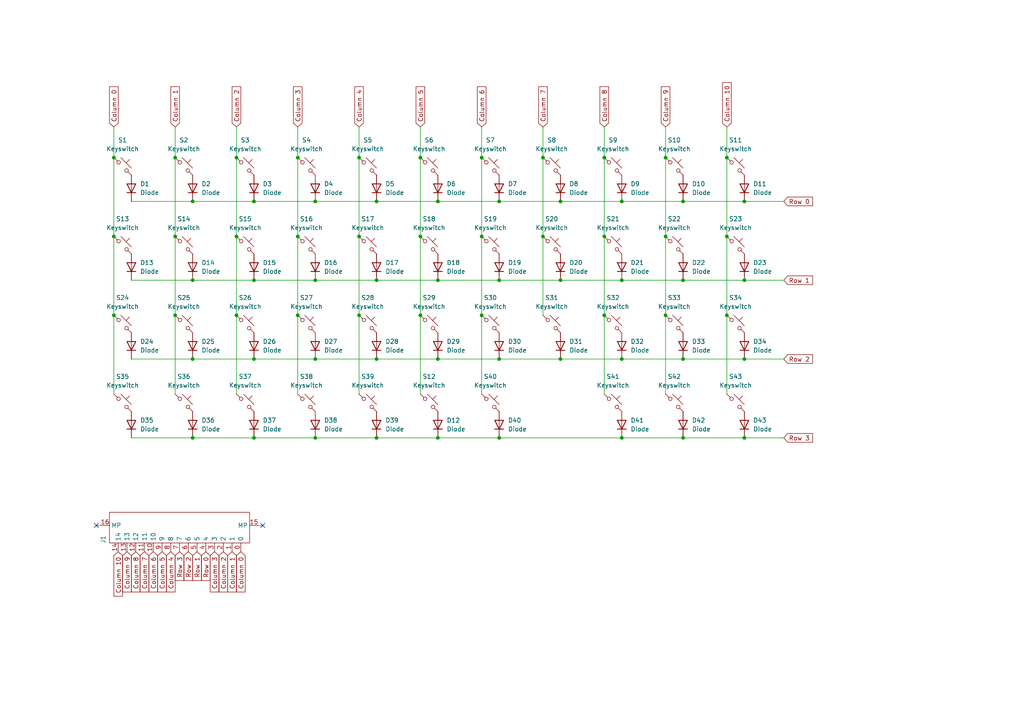
<source format=kicad_sch>
(kicad_sch (version 20250114) (generator "eeschema") (generator_version "9.0")
  (paper "A4")
  (lib_symbols
    (symbol "Custom:FPC-1.0FX-15PWCR-H20"
      (property "Reference" "J" (at 7.874 -2.54 0))
      (symbol "FPC-1.0FX-15PWCR-H20_0_1"
        (rectangle (start 0 40.64) (end 8.89 0))
      )
      (symbol "FPC-1.0FX-15PWCR-H20_1_1"
        (pin power_in line (at 3.81 43.18 270) (length 2.54) (name "MP") (number "15"))
        (pin power_in line (at 3.81 -2.54 90) (length 2.54) (name "MP") (number "16"))
        (pin bidirectional line (at 11.43 38.1 180) (length 2.54) (name "0") (number "0"))
        (pin bidirectional line (at 11.43 35.56 180) (length 2.54) (name "1") (number "1"))
        (pin bidirectional line (at 11.43 33.02 180) (length 2.54) (name "2") (number "2"))
        (pin bidirectional line (at 11.43 30.48 180) (length 2.54) (name "3") (number "3"))
        (pin bidirectional line (at 11.43 27.94 180) (length 2.54) (name "4") (number "4"))
        (pin bidirectional line (at 11.43 25.4 180) (length 2.54) (name "5") (number "5"))
        (pin bidirectional line (at 11.43 22.86 180) (length 2.54) (name "6") (number "6"))
        (pin bidirectional line (at 11.43 20.32 180) (length 2.54) (name "7") (number "7"))
        (pin bidirectional line (at 11.43 17.78 180) (length 2.54) (name "8") (number "8"))
        (pin bidirectional line (at 11.43 15.24 180) (length 2.54) (name "9") (number "9"))
        (pin bidirectional line (at 11.43 12.7 180) (length 2.54) (name "10") (number "10"))
        (pin bidirectional line (at 11.43 10.16 180) (length 2.54) (name "11") (number "11"))
        (pin bidirectional line (at 11.43 7.62 180) (length 2.54) (name "12") (number "12"))
        (pin bidirectional line (at 11.43 5.08 180) (length 2.54) (name "13") (number "13"))
        (pin bidirectional line (at 11.43 2.54 180) (length 2.54) (name "14") (number "14"))
      )
    )
    (symbol "ScottoKeebs:Placeholder_Diode" (pin_numbers (hide yes)) (pin_names (hide yes))
      (property "Reference" "D" (at 0 2.54 0))
      (property "Value" "Diode" (at 0 -2.54 0))
      (symbol "Placeholder_Diode_0_1"
        (polyline (pts (xy -1.27 1.27) (xy -1.27 -1.27)) (stroke (width 0.254)))
        (polyline (pts (xy 1.27 1.27) (xy 1.27 -1.27) (xy -1.27 0) (xy 1.27 1.27)) (stroke (width 0.254)))
        (polyline (pts (xy 1.27 0) (xy -1.27 0)))
      )
      (symbol "Placeholder_Diode_1_1"
        (pin passive line (at -3.81 0 0) (length 2.54) (name "K") (number "1"))
        (pin passive line (at 3.81 0 180) (length 2.54) (name "A") (number "2"))
      )
    )
    (symbol "ScottoKeebs:Placeholder_Keyswitch" (pin_numbers (hide yes)) (pin_names (offset 1.016) (hide yes))
      (property "Reference" "S" (at 3.048 1.016 0))
      (property "Value" "Keyswitch" (at 0 -3.81 0))
      (symbol "Placeholder_Keyswitch_0_1"
        (polyline (pts (xy -2.54 2.54) (xy -1.524 1.524) (xy -1.524 1.524)))
        (circle (center -1.1684 1.1684) (radius 0.508))
        (polyline (pts (xy -0.508 2.54) (xy 2.54 -0.508)))
        (polyline (pts (xy 1.016 1.016) (xy 2.032 2.032)))
        (circle (center 1.143 -1.1938) (radius 0.508))
        (polyline (pts (xy 1.524 -1.524) (xy 2.54 -2.54) (xy 2.54 -2.54) (xy 2.54 -2.54)))
        (pin passive line (at -2.54 2.54 0) (length 0) (name "1") (number "1"))
        (pin passive line (at 2.54 -2.54 180) (length 0) (name "2") (number "2"))
      )
    )
  )
  (junction (at 175.26 45.72))
  (junction (at 73.66 58.42))
  (junction (at 86.36 68.58))
  (junction (at 121.92 45.72))
  (junction (at 68.58 91.44))
  (junction (at 50.8 45.72))
  (junction (at 109.22 104.14))
  (junction (at 180.34 58.42))
  (junction (at 121.92 68.58))
  (junction (at 33.02 68.58))
  (junction (at 109.22 81.28))
  (junction (at 104.14 45.72))
  (junction (at 157.48 68.58))
  (junction (at 180.34 127))
  (junction (at 144.78 104.14))
  (junction (at 91.44 58.42))
  (junction (at 162.56 104.14))
  (junction (at 68.58 45.72))
  (junction (at 210.82 91.44))
  (junction (at 193.04 45.72))
  (junction (at 139.7 68.58))
  (junction (at 86.36 91.44))
  (junction (at 193.04 91.44))
  (junction (at 91.44 104.14))
  (junction (at 73.66 104.14))
  (junction (at 109.22 127))
  (junction (at 139.7 91.44))
  (junction (at 162.56 58.42))
  (junction (at 175.26 91.44))
  (junction (at 104.14 68.58))
  (junction (at 215.9 81.28))
  (junction (at 50.8 91.44))
  (junction (at 157.48 45.72))
  (junction (at 198.12 58.42))
  (junction (at 73.66 127))
  (junction (at 144.78 81.28))
  (junction (at 121.92 91.44))
  (junction (at 127 81.28))
  (junction (at 73.66 81.28))
  (junction (at 55.88 127))
  (junction (at 215.9 104.14))
  (junction (at 86.36 45.72))
  (junction (at 144.78 127))
  (junction (at 68.58 68.58))
  (junction (at 210.82 68.58))
  (junction (at 215.9 127))
  (junction (at 33.02 91.44))
  (junction (at 180.34 81.28))
  (junction (at 91.44 81.28))
  (junction (at 50.8 68.58))
  (junction (at 104.14 91.44))
  (junction (at 55.88 81.28))
  (junction (at 127 127))
  (junction (at 127 104.14))
  (junction (at 127 58.42))
  (junction (at 91.44 127))
  (junction (at 198.12 104.14))
  (junction (at 109.22 58.42))
  (junction (at 180.34 104.14))
  (junction (at 144.78 58.42))
  (junction (at 193.04 68.58))
  (junction (at 33.02 45.72))
  (junction (at 198.12 81.28))
  (junction (at 139.7 45.72))
  (junction (at 210.82 45.72))
  (junction (at 162.56 81.28))
  (junction (at 175.26 68.58))
  (junction (at 55.88 104.14))
  (junction (at 55.88 58.42))
  (junction (at 198.12 127))
  (junction (at 215.9 58.42))
  (no_connect (at 76.2 152.4))
  (no_connect (at 27.94 152.4))
  (wire (pts (xy 162.56 104.14) (xy 180.34 104.14)))
  (wire (pts (xy 198.12 127) (xy 215.9 127)))
  (wire (pts (xy 68.58 91.44) (xy 68.58 114.3)))
  (wire (pts (xy 73.66 104.14) (xy 91.44 104.14)))
  (wire (pts (xy 193.04 68.58) (xy 193.04 91.44)))
  (wire (pts (xy 109.22 127) (xy 127 127)))
  (wire (pts (xy 227.33 81.28) (xy 215.9 81.28)))
  (wire (pts (xy 33.02 91.44) (xy 33.02 114.3)))
  (wire (pts (xy 139.7 91.44) (xy 139.7 114.3)))
  (wire (pts (xy 127 58.42) (xy 144.78 58.42)))
  (wire (pts (xy 104.14 68.58) (xy 104.14 91.44)))
  (wire (pts (xy 38.1 127) (xy 55.88 127)))
  (wire (pts (xy 127 127) (xy 144.78 127)))
  (wire (pts (xy 104.14 36.83) (xy 104.14 45.72)))
  (wire (pts (xy 50.8 36.83) (xy 50.8 45.72)))
  (wire (pts (xy 215.9 58.42) (xy 227.33 58.42)))
  (wire (pts (xy 198.12 104.14) (xy 215.9 104.14)))
  (wire (pts (xy 86.36 91.44) (xy 86.36 114.3)))
  (wire (pts (xy 121.92 91.44) (xy 121.92 114.3)))
  (wire (pts (xy 91.44 104.14) (xy 109.22 104.14)))
  (wire (pts (xy 91.44 127) (xy 109.22 127)))
  (wire (pts (xy 91.44 58.42) (xy 109.22 58.42)))
  (wire (pts (xy 144.78 81.28) (xy 162.56 81.28)))
  (wire (pts (xy 193.04 91.44) (xy 193.04 114.3)))
  (wire (pts (xy 227.33 104.14) (xy 215.9 104.14)))
  (wire (pts (xy 193.04 45.72) (xy 193.04 68.58)))
  (wire (pts (xy 180.34 127) (xy 198.12 127)))
  (wire (pts (xy 73.66 58.42) (xy 91.44 58.42)))
  (wire (pts (xy 157.48 68.58) (xy 157.48 91.44)))
  (wire (pts (xy 50.8 91.44) (xy 50.8 114.3)))
  (wire (pts (xy 180.34 58.42) (xy 198.12 58.42)))
  (wire (pts (xy 33.02 36.83) (xy 33.02 45.72)))
  (wire (pts (xy 210.82 36.83) (xy 210.82 45.72)))
  (wire (pts (xy 162.56 81.28) (xy 180.34 81.28)))
  (wire (pts (xy 144.78 104.14) (xy 162.56 104.14)))
  (wire (pts (xy 175.26 45.72) (xy 175.26 68.58)))
  (wire (pts (xy 175.26 36.83) (xy 175.26 45.72)))
  (wire (pts (xy 175.26 91.44) (xy 175.26 114.3)))
  (wire (pts (xy 144.78 58.42) (xy 162.56 58.42)))
  (wire (pts (xy 33.02 45.72) (xy 33.02 68.58)))
  (wire (pts (xy 121.92 68.58) (xy 121.92 91.44)))
  (wire (pts (xy 210.82 91.44) (xy 210.82 114.3)))
  (wire (pts (xy 73.66 81.28) (xy 91.44 81.28)))
  (wire (pts (xy 109.22 81.28) (xy 127 81.28)))
  (wire (pts (xy 127 104.14) (xy 144.78 104.14)))
  (wire (pts (xy 68.58 45.72) (xy 68.58 68.58)))
  (wire (pts (xy 139.7 36.83) (xy 139.7 45.72)))
  (wire (pts (xy 198.12 58.42) (xy 215.9 58.42)))
  (wire (pts (xy 157.48 45.72) (xy 157.48 68.58)))
  (wire (pts (xy 68.58 36.83) (xy 68.58 45.72)))
  (wire (pts (xy 109.22 104.14) (xy 127 104.14)))
  (wire (pts (xy 38.1 81.28) (xy 55.88 81.28)))
  (wire (pts (xy 33.02 68.58) (xy 33.02 91.44)))
  (wire (pts (xy 104.14 91.44) (xy 104.14 114.3)))
  (wire (pts (xy 139.7 45.72) (xy 139.7 68.58)))
  (wire (pts (xy 91.44 81.28) (xy 109.22 81.28)))
  (wire (pts (xy 198.12 81.28) (xy 215.9 81.28)))
  (wire (pts (xy 86.36 45.72) (xy 86.36 68.58)))
  (wire (pts (xy 104.14 45.72) (xy 104.14 68.58)))
  (wire (pts (xy 50.8 45.72) (xy 50.8 68.58)))
  (wire (pts (xy 86.36 36.83) (xy 86.36 45.72)))
  (wire (pts (xy 109.22 58.42) (xy 127 58.42)))
  (wire (pts (xy 50.8 68.58) (xy 50.8 91.44)))
  (wire (pts (xy 121.92 36.83) (xy 121.92 45.72)))
  (wire (pts (xy 55.88 81.28) (xy 73.66 81.28)))
  (wire (pts (xy 157.48 36.83) (xy 157.48 45.72)))
  (wire (pts (xy 86.36 68.58) (xy 86.36 91.44)))
  (wire (pts (xy 210.82 45.72) (xy 210.82 68.58)))
  (wire (pts (xy 73.66 127) (xy 91.44 127)))
  (wire (pts (xy 55.88 58.42) (xy 73.66 58.42)))
  (wire (pts (xy 55.88 127) (xy 73.66 127)))
  (wire (pts (xy 175.26 68.58) (xy 175.26 91.44)))
  (wire (pts (xy 162.56 58.42) (xy 180.34 58.42)))
  (wire (pts (xy 68.58 68.58) (xy 68.58 91.44)))
  (wire (pts (xy 139.7 68.58) (xy 139.7 91.44)))
  (wire (pts (xy 121.92 45.72) (xy 121.92 68.58)))
  (wire (pts (xy 180.34 81.28) (xy 198.12 81.28)))
  (wire (pts (xy 227.33 127) (xy 215.9 127)))
  (wire (pts (xy 55.88 104.14) (xy 73.66 104.14)))
  (wire (pts (xy 27.94 152.4) (xy 29.21 152.4)))
  (wire (pts (xy 76.2 152.4) (xy 74.93 152.4)))
  (wire (pts (xy 144.78 127) (xy 180.34 127)))
  (wire (pts (xy 180.34 104.14) (xy 198.12 104.14)))
  (wire (pts (xy 210.82 68.58) (xy 210.82 91.44)))
  (wire (pts (xy 193.04 36.83) (xy 193.04 45.72)))
  (wire (pts (xy 38.1 58.42) (xy 55.88 58.42)))
  (wire (pts (xy 38.1 104.14) (xy 55.88 104.14)))
  (wire (pts (xy 127 81.28) (xy 144.78 81.28)))
  (global_label "Row 3" (shape input) (at 52.07 160.02 270) (property "Intersheetrefs" "${INTERSHEET_REFS}" (effects (hide yes))))
  (global_label "Column 7" (shape input) (at 157.48 36.83 90) (property "Intersheetrefs" "${INTERSHEET_REFS}" (effects (hide yes))))
  (global_label "Row 0" (shape input) (at 227.33 58.42 0) (property "Intersheetrefs" "${INTERSHEET_REFS}" (effects (hide yes))))
  (global_label "Column 4" (shape input) (at 49.53 160.02 270) (property "Intersheetrefs" "${INTERSHEET_REFS}" (effects (hide yes))))
  (global_label "Column 3" (shape input) (at 62.23 160.02 270) (property "Intersheetrefs" "${INTERSHEET_REFS}" (effects (hide yes))))
  (global_label "Row 2" (shape input) (at 54.61 160.02 270) (property "Intersheetrefs" "${INTERSHEET_REFS}" (effects (hide yes))))
  (global_label "Column 8" (shape input) (at 175.26 36.83 90) (property "Intersheetrefs" "${INTERSHEET_REFS}" (effects (hide yes))))
  (global_label "Column 0" (shape input) (at 69.85 160.02 270) (property "Intersheetrefs" "${INTERSHEET_REFS}" (effects (hide yes))))
  (global_label "Column 9" (shape input) (at 193.04 36.83 90) (property "Intersheetrefs" "${INTERSHEET_REFS}" (effects (hide yes))))
  (global_label "Column 0" (shape input) (at 33.02 36.83 90) (property "Intersheetrefs" "${INTERSHEET_REFS}" (effects (hide yes))))
  (global_label "Row 0" (shape input) (at 59.69 160.02 270) (property "Intersheetrefs" "${INTERSHEET_REFS}" (effects (hide yes))))
  (global_label "Column 5" (shape input) (at 121.92 36.83 90) (property "Intersheetrefs" "${INTERSHEET_REFS}" (effects (hide yes))))
  (global_label "Column 1" (shape input) (at 50.8 36.83 90) (property "Intersheetrefs" "${INTERSHEET_REFS}" (effects (hide yes))))
  (global_label "Column 6" (shape input) (at 44.45 160.02 270) (property "Intersheetrefs" "${INTERSHEET_REFS}" (effects (hide yes))))
  (global_label "Column 1" (shape input) (at 67.31 160.02 270) (property "Intersheetrefs" "${INTERSHEET_REFS}" (effects (hide yes))))
  (global_label "Column 10" (shape input) (at 34.29 160.02 270) (property "Intersheetrefs" "${INTERSHEET_REFS}" (effects (hide yes))))
  (global_label "Row 1" (shape input) (at 57.15 160.02 270) (property "Intersheetrefs" "${INTERSHEET_REFS}" (effects (hide yes))))
  (global_label "Column 5" (shape input) (at 46.99 160.02 270) (property "Intersheetrefs" "${INTERSHEET_REFS}" (effects (hide yes))))
  (global_label "Column 2" (shape input) (at 64.77 160.02 270) (property "Intersheetrefs" "${INTERSHEET_REFS}" (effects (hide yes))))
  (global_label "Column 7" (shape input) (at 41.91 160.02 270) (property "Intersheetrefs" "${INTERSHEET_REFS}" (effects (hide yes))))
  (global_label "Column 6" (shape input) (at 139.7 36.83 90) (property "Intersheetrefs" "${INTERSHEET_REFS}" (effects (hide yes))))
  (global_label "Column 3" (shape input) (at 86.36 36.83 90) (property "Intersheetrefs" "${INTERSHEET_REFS}" (effects (hide yes))))
  (global_label "Row 2" (shape input) (at 227.33 104.14 0) (property "Intersheetrefs" "${INTERSHEET_REFS}" (effects (hide yes))))
  (global_label "Row 1" (shape input) (at 227.33 81.28 0) (property "Intersheetrefs" "${INTERSHEET_REFS}" (effects (hide yes))))
  (global_label "Column 4" (shape input) (at 104.14 36.83 90) (property "Intersheetrefs" "${INTERSHEET_REFS}" (effects (hide yes))))
  (global_label "Column 10" (shape input) (at 210.82 36.83 90) (property "Intersheetrefs" "${INTERSHEET_REFS}" (effects (hide yes))))
  (global_label "Column 8" (shape input) (at 39.37 160.02 270) (property "Intersheetrefs" "${INTERSHEET_REFS}" (effects (hide yes))))
  (global_label "Column 9" (shape input) (at 36.83 160.02 270) (property "Intersheetrefs" "${INTERSHEET_REFS}" (effects (hide yes))))
  (global_label "Column 2" (shape input) (at 68.58 36.83 90) (property "Intersheetrefs" "${INTERSHEET_REFS}" (effects (hide yes))))
  (global_label "Row 3" (shape input) (at 227.33 127 0) (property "Intersheetrefs" "${INTERSHEET_REFS}" (effects (hide yes))))
  (symbol (lib_id "ScottoKeebs:Placeholder_Keyswitch") (at 160.02 48.26 0) (unit 1)
    (property "Reference" "S8" (at 160.02 40.64 0))
    (property "Value" "Keyswitch" (at 160.02 43.18 0))
    (property "Footprint" "Custom:MX Hotswap_Choc_V1_Plated_1.00u" (effects (hide yes)))
    (property "Description" "Push button switch, normally open, two pins, 45° tilted" (effects (hide yes)))
  )
  (symbol (lib_id "ScottoKeebs:Placeholder_Keyswitch") (at 195.58 116.84 0) (unit 1)
    (property "Reference" "S42" (at 195.58 109.22 0))
    (property "Value" "Keyswitch" (at 195.58 111.76 0))
    (property "Footprint" "Custom:MX Hotswap_Choc_V1_Plated_1.00u" (effects (hide yes)))
    (property "Description" "Push button switch, normally open, two pins, 45° tilted" (effects (hide yes)))
  )
  (symbol (lib_id "ScottoKeebs:Placeholder_Diode") (at 91.44 77.47 90) (unit 1)
    (property "Reference" "D16" (at 93.98 76.1999 90) (effects (justify right)))
    (property "Value" "Diode" (at 93.98 78.7399 90) (effects (justify right)))
    (property "Footprint" "ScottoKeebs_Components:Diode_SOD-123" (effects (hide yes)))
    (property "Description" "1N4148 (DO-35) or 1N4148W (SOD-123)" (effects (hide yes)))
    (property "Sim.Device" "D" (effects (hide yes)))
    (property "Sim.Pins" "1=K 2=A" (effects (hide yes)))
  )
  (symbol (lib_id "ScottoKeebs:Placeholder_Keyswitch") (at 106.68 93.98 0) (unit 1)
    (property "Reference" "S28" (at 106.68 86.36 0))
    (property "Value" "Keyswitch" (at 106.68 88.9 0))
    (property "Footprint" "Custom:MX Hotswap_Choc_V1_Plated_1.00u" (effects (hide yes)))
    (property "Description" "Push button switch, normally open, two pins, 45° tilted" (effects (hide yes)))
  )
  (symbol (lib_id "ScottoKeebs:Placeholder_Keyswitch") (at 124.46 71.12 0) (unit 1)
    (property "Reference" "S18" (at 124.46 63.5 0))
    (property "Value" "Keyswitch" (at 124.46 66.04 0))
    (property "Footprint" "Custom:MX Hotswap_Choc_V1_Plated_1.00u" (effects (hide yes)))
    (property "Description" "Push button switch, normally open, two pins, 45° tilted" (effects (hide yes)))
  )
  (symbol (lib_id "ScottoKeebs:Placeholder_Diode") (at 198.12 77.47 90) (unit 1)
    (property "Reference" "D22" (at 200.66 76.1999 90) (effects (justify right)))
    (property "Value" "Diode" (at 200.66 78.7399 90) (effects (justify right)))
    (property "Footprint" "ScottoKeebs_Components:Diode_SOD-123" (effects (hide yes)))
    (property "Description" "1N4148 (DO-35) or 1N4148W (SOD-123)" (effects (hide yes)))
    (property "Sim.Device" "D" (effects (hide yes)))
    (property "Sim.Pins" "1=K 2=A" (effects (hide yes)))
  )
  (symbol (lib_id "ScottoKeebs:Placeholder_Diode") (at 55.88 54.61 90) (unit 1)
    (property "Reference" "D2" (at 58.42 53.3399 90) (effects (justify right)))
    (property "Value" "Diode" (at 58.42 55.8799 90) (effects (justify right)))
    (property "Footprint" "ScottoKeebs_Components:Diode_SOD-123" (effects (hide yes)))
    (property "Description" "1N4148 (DO-35) or 1N4148W (SOD-123)" (effects (hide yes)))
    (property "Sim.Device" "D" (effects (hide yes)))
    (property "Sim.Pins" "1=K 2=A" (effects (hide yes)))
  )
  (symbol (lib_id "ScottoKeebs:Placeholder_Diode") (at 127 100.33 90) (unit 1)
    (property "Reference" "D29" (at 129.54 99.0599 90) (effects (justify right)))
    (property "Value" "Diode" (at 129.54 101.5999 90) (effects (justify right)))
    (property "Footprint" "ScottoKeebs_Components:Diode_SOD-123" (effects (hide yes)))
    (property "Description" "1N4148 (DO-35) or 1N4148W (SOD-123)" (effects (hide yes)))
    (property "Sim.Device" "D" (effects (hide yes)))
    (property "Sim.Pins" "1=K 2=A" (effects (hide yes)))
  )
  (symbol (lib_id "ScottoKeebs:Placeholder_Diode") (at 91.44 54.61 90) (unit 1)
    (property "Reference" "D4" (at 93.98 53.3399 90) (effects (justify right)))
    (property "Value" "Diode" (at 93.98 55.8799 90) (effects (justify right)))
    (property "Footprint" "ScottoKeebs_Components:Diode_SOD-123" (effects (hide yes)))
    (property "Description" "1N4148 (DO-35) or 1N4148W (SOD-123)" (effects (hide yes)))
    (property "Sim.Device" "D" (effects (hide yes)))
    (property "Sim.Pins" "1=K 2=A" (effects (hide yes)))
  )
  (symbol (lib_id "ScottoKeebs:Placeholder_Diode") (at 127 123.19 90) (unit 1)
    (property "Reference" "D12" (at 129.54 121.9199 90) (effects (justify right)))
    (property "Value" "Diode" (at 129.54 124.4599 90) (effects (justify right)))
    (property "Footprint" "ScottoKeebs_Components:Diode_SOD-123" (effects (hide yes)))
    (property "Description" "1N4148 (DO-35) or 1N4148W (SOD-123)" (effects (hide yes)))
    (property "Sim.Device" "D" (effects (hide yes)))
    (property "Sim.Pins" "1=K 2=A" (effects (hide yes)))
  )
  (symbol (lib_id "ScottoKeebs:Placeholder_Diode") (at 38.1 123.19 90) (unit 1)
    (property "Reference" "D35" (at 40.64 121.9199 90) (effects (justify right)))
    (property "Value" "Diode" (at 40.64 124.4599 90) (effects (justify right)))
    (property "Footprint" "ScottoKeebs_Components:Diode_SOD-123" (effects (hide yes)))
    (property "Description" "1N4148 (DO-35) or 1N4148W (SOD-123)" (effects (hide yes)))
    (property "Sim.Device" "D" (effects (hide yes)))
    (property "Sim.Pins" "1=K 2=A" (effects (hide yes)))
  )
  (symbol (lib_id "ScottoKeebs:Placeholder_Keyswitch") (at 213.36 116.84 0) (unit 1)
    (property "Reference" "S43" (at 213.36 109.22 0))
    (property "Value" "Keyswitch" (at 213.36 111.76 0))
    (property "Footprint" "Custom:MX Hotswap_Choc_V1_Plated_1.25u" (effects (hide yes)))
    (property "Description" "Push button switch, normally open, two pins, 45° tilted" (effects (hide yes)))
  )
  (symbol (lib_id "ScottoKeebs:Placeholder_Keyswitch") (at 35.56 116.84 0) (unit 1)
    (property "Reference" "S35" (at 35.56 109.22 0))
    (property "Value" "Keyswitch" (at 35.56 111.76 0))
    (property "Footprint" "Custom:MX Hotswap_Choc_V1_Plated_1.25u" (effects (hide yes)))
    (property "Description" "Push button switch, normally open, two pins, 45° tilted" (effects (hide yes)))
  )
  (symbol (lib_id "ScottoKeebs:Placeholder_Keyswitch") (at 142.24 48.26 0) (unit 1)
    (property "Reference" "S7" (at 142.24 40.64 0))
    (property "Value" "Keyswitch" (at 142.24 43.18 0))
    (property "Footprint" "Custom:MX Hotswap_Choc_V1_Plated_1.00u" (effects (hide yes)))
    (property "Description" "Push button switch, normally open, two pins, 45° tilted" (effects (hide yes)))
  )
  (symbol (lib_id "ScottoKeebs:Placeholder_Keyswitch") (at 53.34 116.84 0) (unit 1)
    (property "Reference" "S36" (at 53.34 109.22 0))
    (property "Value" "Keyswitch" (at 53.34 111.76 0))
    (property "Footprint" "Custom:MX Hotswap_Choc_V1_Plated_1.00u" (effects (hide yes)))
    (property "Description" "Push button switch, normally open, two pins, 45° tilted" (effects (hide yes)))
  )
  (symbol (lib_id "ScottoKeebs:Placeholder_Keyswitch") (at 106.68 48.26 0) (unit 1)
    (property "Reference" "S5" (at 106.68 40.64 0))
    (property "Value" "Keyswitch" (at 106.68 43.18 0))
    (property "Footprint" "Custom:MX Hotswap_Choc_V1_Plated_1.00u" (effects (hide yes)))
    (property "Description" "Push button switch, normally open, two pins, 45° tilted" (effects (hide yes)))
  )
  (symbol (lib_id "ScottoKeebs:Placeholder_Keyswitch") (at 88.9 93.98 0) (unit 1)
    (property "Reference" "S27" (at 88.9 86.36 0))
    (property "Value" "Keyswitch" (at 88.9 88.9 0))
    (property "Footprint" "Custom:MX Hotswap_Choc_V1_Plated_1.00u" (effects (hide yes)))
    (property "Description" "Push button switch, normally open, two pins, 45° tilted" (effects (hide yes)))
  )
  (symbol (lib_id "ScottoKeebs:Placeholder_Diode") (at 162.56 54.61 90) (unit 1)
    (property "Reference" "D8" (at 165.1 53.3399 90) (effects (justify right)))
    (property "Value" "Diode" (at 165.1 55.8799 90) (effects (justify right)))
    (property "Footprint" "ScottoKeebs_Components:Diode_SOD-123" (effects (hide yes)))
    (property "Description" "1N4148 (DO-35) or 1N4148W (SOD-123)" (effects (hide yes)))
    (property "Sim.Device" "D" (effects (hide yes)))
    (property "Sim.Pins" "1=K 2=A" (effects (hide yes)))
  )
  (symbol (lib_id "ScottoKeebs:Placeholder_Keyswitch") (at 53.34 48.26 0) (unit 1)
    (property "Reference" "S2" (at 53.34 40.64 0))
    (property "Value" "Keyswitch" (at 53.34 43.18 0))
    (property "Footprint" "Custom:MX Hotswap_Choc_V1_Plated_1.00u" (effects (hide yes)))
    (property "Description" "Push button switch, normally open, two pins, 45° tilted" (effects (hide yes)))
  )
  (symbol (lib_id "ScottoKeebs:Placeholder_Diode") (at 91.44 123.19 90) (unit 1)
    (property "Reference" "D38" (at 93.98 121.9199 90) (effects (justify right)))
    (property "Value" "Diode" (at 93.98 124.4599 90) (effects (justify right)))
    (property "Footprint" "ScottoKeebs_Components:Diode_SOD-123" (effects (hide yes)))
    (property "Description" "1N4148 (DO-35) or 1N4148W (SOD-123)" (effects (hide yes)))
    (property "Sim.Device" "D" (effects (hide yes)))
    (property "Sim.Pins" "1=K 2=A" (effects (hide yes)))
  )
  (symbol (lib_id "ScottoKeebs:Placeholder_Diode") (at 73.66 100.33 90) (unit 1)
    (property "Reference" "D26" (at 76.2 99.0599 90) (effects (justify right)))
    (property "Value" "Diode" (at 76.2 101.5999 90) (effects (justify right)))
    (property "Footprint" "ScottoKeebs_Components:Diode_SOD-123" (effects (hide yes)))
    (property "Description" "1N4148 (DO-35) or 1N4148W (SOD-123)" (effects (hide yes)))
    (property "Sim.Device" "D" (effects (hide yes)))
    (property "Sim.Pins" "1=K 2=A" (effects (hide yes)))
  )
  (symbol (lib_id "ScottoKeebs:Placeholder_Diode") (at 144.78 54.61 90) (unit 1)
    (property "Reference" "D7" (at 147.32 53.3399 90) (effects (justify right)))
    (property "Value" "Diode" (at 147.32 55.8799 90) (effects (justify right)))
    (property "Footprint" "ScottoKeebs_Components:Diode_SOD-123" (effects (hide yes)))
    (property "Description" "1N4148 (DO-35) or 1N4148W (SOD-123)" (effects (hide yes)))
    (property "Sim.Device" "D" (effects (hide yes)))
    (property "Sim.Pins" "1=K 2=A" (effects (hide yes)))
  )
  (symbol (lib_id "ScottoKeebs:Placeholder_Diode") (at 38.1 100.33 90) (unit 1)
    (property "Reference" "D24" (at 40.64 99.0599 90) (effects (justify right)))
    (property "Value" "Diode" (at 40.64 101.5999 90) (effects (justify right)))
    (property "Footprint" "ScottoKeebs_Components:Diode_SOD-123" (effects (hide yes)))
    (property "Description" "1N4148 (DO-35) or 1N4148W (SOD-123)" (effects (hide yes)))
    (property "Sim.Device" "D" (effects (hide yes)))
    (property "Sim.Pins" "1=K 2=A" (effects (hide yes)))
  )
  (symbol (lib_id "ScottoKeebs:Placeholder_Keyswitch") (at 195.58 71.12 0) (unit 1)
    (property "Reference" "S22" (at 195.58 63.5 0))
    (property "Value" "Keyswitch" (at 195.58 66.04 0))
    (property "Footprint" "Custom:MX Hotswap_Choc_V1_Plated_1.00u" (effects (hide yes)))
    (property "Description" "Push button switch, normally open, two pins, 45° tilted" (effects (hide yes)))
  )
  (symbol (lib_id "ScottoKeebs:Placeholder_Keyswitch") (at 142.24 116.84 0) (unit 1)
    (property "Reference" "S40" (at 142.24 109.22 0))
    (property "Value" "Keyswitch" (at 142.24 111.76 0))
    (property "Footprint" "Custom:MX Hotswap_Choc_V1_Plated_2.25u" (effects (hide yes)))
    (property "Description" "Push button switch, normally open, two pins, 45° tilted" (effects (hide yes)))
  )
  (symbol (lib_id "ScottoKeebs:Placeholder_Keyswitch") (at 106.68 116.84 0) (unit 1)
    (property "Reference" "S39" (at 106.68 109.22 0))
    (property "Value" "Keyswitch" (at 106.68 111.76 0))
    (property "Footprint" "Custom:MX Hotswap_Choc_V1_Plated_1.00u" (effects (hide yes)))
    (property "Description" "Push button switch, normally open, two pins, 45° tilted" (effects (hide yes)))
  )
  (symbol (lib_id "ScottoKeebs:Placeholder_Keyswitch") (at 106.68 71.12 0) (unit 1)
    (property "Reference" "S17" (at 106.68 63.5 0))
    (property "Value" "Keyswitch" (at 106.68 66.04 0))
    (property "Footprint" "Custom:MX Hotswap_Choc_V1_Plated_1.00u" (effects (hide yes)))
    (property "Description" "Push button switch, normally open, two pins, 45° tilted" (effects (hide yes)))
  )
  (symbol (lib_id "ScottoKeebs:Placeholder_Keyswitch") (at 177.8 116.84 0) (unit 1)
    (property "Reference" "S41" (at 177.8 109.22 0))
    (property "Value" "Keyswitch" (at 177.8 111.76 0))
    (property "Footprint" "Custom:MX Hotswap_Choc_V1_Plated_1.00u" (effects (hide yes)))
    (property "Description" "Push button switch, normally open, two pins, 45° tilted" (effects (hide yes)))
  )
  (symbol (lib_id "ScottoKeebs:Placeholder_Keyswitch") (at 71.12 116.84 0) (unit 1)
    (property "Reference" "S37" (at 71.12 109.22 0))
    (property "Value" "Keyswitch" (at 71.12 111.76 0))
    (property "Footprint" "Custom:MX Hotswap_Choc_V1_Plated_1.00u" (effects (hide yes)))
    (property "Description" "Push button switch, normally open, two pins, 45° tilted" (effects (hide yes)))
  )
  (symbol (lib_id "ScottoKeebs:Placeholder_Diode") (at 109.22 123.19 90) (unit 1)
    (property "Reference" "D39" (at 111.76 121.9199 90) (effects (justify right)))
    (property "Value" "Diode" (at 111.76 124.4599 90) (effects (justify right)))
    (property "Footprint" "ScottoKeebs_Components:Diode_SOD-123" (effects (hide yes)))
    (property "Description" "1N4148 (DO-35) or 1N4148W (SOD-123)" (effects (hide yes)))
    (property "Sim.Device" "D" (effects (hide yes)))
    (property "Sim.Pins" "1=K 2=A" (effects (hide yes)))
  )
  (symbol (lib_id "ScottoKeebs:Placeholder_Diode") (at 198.12 123.19 90) (unit 1)
    (property "Reference" "D42" (at 200.66 121.9199 90) (effects (justify right)))
    (property "Value" "Diode" (at 200.66 124.4599 90) (effects (justify right)))
    (property "Footprint" "ScottoKeebs_Components:Diode_SOD-123" (effects (hide yes)))
    (property "Description" "1N4148 (DO-35) or 1N4148W (SOD-123)" (effects (hide yes)))
    (property "Sim.Device" "D" (effects (hide yes)))
    (property "Sim.Pins" "1=K 2=A" (effects (hide yes)))
  )
  (symbol (lib_id "ScottoKeebs:Placeholder_Keyswitch") (at 213.36 71.12 0) (unit 1)
    (property "Reference" "S23" (at 213.36 63.5 0))
    (property "Value" "Keyswitch" (at 213.36 66.04 0))
    (property "Footprint" "Custom:MX Hotswap_Choc_V1_Plated_1.75u" (effects (hide yes)))
    (property "Description" "Push button switch, normally open, two pins, 45° tilted" (effects (hide yes)))
  )
  (symbol (lib_id "ScottoKeebs:Placeholder_Diode") (at 55.88 100.33 90) (unit 1)
    (property "Reference" "D25" (at 58.42 99.0599 90) (effects (justify right)))
    (property "Value" "Diode" (at 58.42 101.5999 90) (effects (justify right)))
    (property "Footprint" "ScottoKeebs_Components:Diode_SOD-123" (effects (hide yes)))
    (property "Description" "1N4148 (DO-35) or 1N4148W (SOD-123)" (effects (hide yes)))
    (property "Sim.Device" "D" (effects (hide yes)))
    (property "Sim.Pins" "1=K 2=A" (effects (hide yes)))
  )
  (symbol (lib_id "ScottoKeebs:Placeholder_Keyswitch") (at 177.8 93.98 0) (unit 1)
    (property "Reference" "S32" (at 177.8 86.36 0))
    (property "Value" "Keyswitch" (at 177.8 88.9 0))
    (property "Footprint" "Custom:MX Hotswap_Choc_V1_Plated_1.00u" (effects (hide yes)))
    (property "Description" "Push button switch, normally open, two pins, 45° tilted" (effects (hide yes)))
  )
  (symbol (lib_id "ScottoKeebs:Placeholder_Diode") (at 180.34 54.61 90) (unit 1)
    (property "Reference" "D9" (at 182.88 53.3399 90) (effects (justify right)))
    (property "Value" "Diode" (at 182.88 55.8799 90) (effects (justify right)))
    (property "Footprint" "ScottoKeebs_Components:Diode_SOD-123" (effects (hide yes)))
    (property "Description" "1N4148 (DO-35) or 1N4148W (SOD-123)" (effects (hide yes)))
    (property "Sim.Device" "D" (effects (hide yes)))
    (property "Sim.Pins" "1=K 2=A" (effects (hide yes)))
  )
  (symbol (lib_id "ScottoKeebs:Placeholder_Diode") (at 144.78 77.47 90) (unit 1)
    (property "Reference" "D19" (at 147.32 76.1999 90) (effects (justify right)))
    (property "Value" "Diode" (at 147.32 78.7399 90) (effects (justify right)))
    (property "Footprint" "ScottoKeebs_Components:Diode_SOD-123" (effects (hide yes)))
    (property "Description" "1N4148 (DO-35) or 1N4148W (SOD-123)" (effects (hide yes)))
    (property "Sim.Device" "D" (effects (hide yes)))
    (property "Sim.Pins" "1=K 2=A" (effects (hide yes)))
  )
  (symbol (lib_id "ScottoKeebs:Placeholder_Keyswitch") (at 124.46 48.26 0) (unit 1)
    (property "Reference" "S6" (at 124.46 40.64 0))
    (property "Value" "Keyswitch" (at 124.46 43.18 0))
    (property "Footprint" "Custom:MX Hotswap_Choc_V1_Plated_1.00u" (effects (hide yes)))
    (property "Description" "Push button switch, normally open, two pins, 45° tilted" (effects (hide yes)))
  )
  (symbol (lib_id "ScottoKeebs:Placeholder_Keyswitch") (at 124.46 116.84 0) (unit 1)
    (property "Reference" "S12" (at 124.46 109.22 0))
    (property "Value" "Keyswitch" (at 124.46 111.76 0))
    (property "Footprint" "Custom:MX Hotswap_Choc_V1_Plated_1.00u" (effects (hide yes)))
    (property "Description" "Push button switch, normally open, two pins, 45° tilted" (effects (hide yes)))
  )
  (symbol (lib_id "ScottoKeebs:Placeholder_Keyswitch") (at 53.34 71.12 0) (unit 1)
    (property "Reference" "S14" (at 53.34 63.5 0))
    (property "Value" "Keyswitch" (at 53.34 66.04 0))
    (property "Footprint" "Custom:MX Hotswap_Choc_V1_Plated_1.00u" (effects (hide yes)))
    (property "Description" "Push button switch, normally open, two pins, 45° tilted" (effects (hide yes)))
  )
  (symbol (lib_id "ScottoKeebs:Placeholder_Diode") (at 55.88 123.19 90) (unit 1)
    (property "Reference" "D36" (at 58.42 121.9199 90) (effects (justify right)))
    (property "Value" "Diode" (at 58.42 124.4599 90) (effects (justify right)))
    (property "Footprint" "ScottoKeebs_Components:Diode_SOD-123" (effects (hide yes)))
    (property "Description" "1N4148 (DO-35) or 1N4148W (SOD-123)" (effects (hide yes)))
    (property "Sim.Device" "D" (effects (hide yes)))
    (property "Sim.Pins" "1=K 2=A" (effects (hide yes)))
  )
  (symbol (lib_id "ScottoKeebs:Placeholder_Diode") (at 73.66 123.19 90) (unit 1)
    (property "Reference" "D37" (at 76.2 121.9199 90) (effects (justify right)))
    (property "Value" "Diode" (at 76.2 124.4599 90) (effects (justify right)))
    (property "Footprint" "ScottoKeebs_Components:Diode_SOD-123" (effects (hide yes)))
    (property "Description" "1N4148 (DO-35) or 1N4148W (SOD-123)" (effects (hide yes)))
    (property "Sim.Device" "D" (effects (hide yes)))
    (property "Sim.Pins" "1=K 2=A" (effects (hide yes)))
  )
  (symbol (lib_id "ScottoKeebs:Placeholder_Diode") (at 215.9 123.19 90) (unit 1)
    (property "Reference" "D43" (at 218.44 121.9199 90) (effects (justify right)))
    (property "Value" "Diode" (at 218.44 124.4599 90) (effects (justify right)))
    (property "Footprint" "ScottoKeebs_Components:Diode_SOD-123" (effects (hide yes)))
    (property "Description" "1N4148 (DO-35) or 1N4148W (SOD-123)" (effects (hide yes)))
    (property "Sim.Device" "D" (effects (hide yes)))
    (property "Sim.Pins" "1=K 2=A" (effects (hide yes)))
  )
  (symbol (lib_id "ScottoKeebs:Placeholder_Keyswitch") (at 142.24 71.12 0) (unit 1)
    (property "Reference" "S19" (at 142.24 63.5 0))
    (property "Value" "Keyswitch" (at 142.24 66.04 0))
    (property "Footprint" "Custom:MX Hotswap_Choc_V1_Plated_1.00u" (effects (hide yes)))
    (property "Description" "Push button switch, normally open, two pins, 45° tilted" (effects (hide yes)))
  )
  (symbol (lib_id "ScottoKeebs:Placeholder_Diode") (at 144.78 123.19 90) (unit 1)
    (property "Reference" "D40" (at 147.32 121.9199 90) (effects (justify right)))
    (property "Value" "Diode" (at 147.32 124.4599 90) (effects (justify right)))
    (property "Footprint" "ScottoKeebs_Components:Diode_SOD-123" (effects (hide yes)))
    (property "Description" "1N4148 (DO-35) or 1N4148W (SOD-123)" (effects (hide yes)))
    (property "Sim.Device" "D" (effects (hide yes)))
    (property "Sim.Pins" "1=K 2=A" (effects (hide yes)))
  )
  (symbol (lib_id "ScottoKeebs:Placeholder_Diode") (at 198.12 54.61 90) (unit 1)
    (property "Reference" "D10" (at 200.66 53.3399 90) (effects (justify right)))
    (property "Value" "Diode" (at 200.66 55.8799 90) (effects (justify right)))
    (property "Footprint" "ScottoKeebs_Components:Diode_SOD-123" (effects (hide yes)))
    (property "Description" "1N4148 (DO-35) or 1N4148W (SOD-123)" (effects (hide yes)))
    (property "Sim.Device" "D" (effects (hide yes)))
    (property "Sim.Pins" "1=K 2=A" (effects (hide yes)))
  )
  (symbol (lib_id "ScottoKeebs:Placeholder_Diode") (at 55.88 77.47 90) (unit 1)
    (property "Reference" "D14" (at 58.42 76.1999 90) (effects (justify right)))
    (property "Value" "Diode" (at 58.42 78.7399 90) (effects (justify right)))
    (property "Footprint" "ScottoKeebs_Components:Diode_SOD-123" (effects (hide yes)))
    (property "Description" "1N4148 (DO-35) or 1N4148W (SOD-123)" (effects (hide yes)))
    (property "Sim.Device" "D" (effects (hide yes)))
    (property "Sim.Pins" "1=K 2=A" (effects (hide yes)))
  )
  (symbol (lib_id "ScottoKeebs:Placeholder_Diode") (at 162.56 77.47 90) (unit 1)
    (property "Reference" "D20" (at 165.1 76.1999 90) (effects (justify right)))
    (property "Value" "Diode" (at 165.1 78.7399 90) (effects (justify right)))
    (property "Footprint" "ScottoKeebs_Components:Diode_SOD-123" (effects (hide yes)))
    (property "Description" "1N4148 (DO-35) or 1N4148W (SOD-123)" (effects (hide yes)))
    (property "Sim.Device" "D" (effects (hide yes)))
    (property "Sim.Pins" "1=K 2=A" (effects (hide yes)))
  )
  (symbol (lib_id "ScottoKeebs:Placeholder_Diode") (at 127 77.47 90) (unit 1)
    (property "Reference" "D18" (at 129.54 76.1999 90) (effects (justify right)))
    (property "Value" "Diode" (at 129.54 78.7399 90) (effects (justify right)))
    (property "Footprint" "ScottoKeebs_Components:Diode_SOD-123" (effects (hide yes)))
    (property "Description" "1N4148 (DO-35) or 1N4148W (SOD-123)" (effects (hide yes)))
    (property "Sim.Device" "D" (effects (hide yes)))
    (property "Sim.Pins" "1=K 2=A" (effects (hide yes)))
  )
  (symbol (lib_id "ScottoKeebs:Placeholder_Keyswitch") (at 177.8 71.12 0) (unit 1)
    (property "Reference" "S21" (at 177.8 63.5 0))
    (property "Value" "Keyswitch" (at 177.8 66.04 0))
    (property "Footprint" "Custom:MX Hotswap_Choc_V1_Plated_1.00u" (effects (hide yes)))
    (property "Description" "Push button switch, normally open, two pins, 45° tilted" (effects (hide yes)))
  )
  (symbol (lib_id "ScottoKeebs:Placeholder_Keyswitch") (at 88.9 116.84 0) (unit 1)
    (property "Reference" "S38" (at 88.9 109.22 0))
    (property "Value" "Keyswitch" (at 88.9 111.76 0))
    (property "Footprint" "Custom:MX Hotswap_Choc_V1_Plated_2.25u" (effects (hide yes)))
    (property "Description" "Push button switch, normally open, two pins, 45° tilted" (effects (hide yes)))
  )
  (symbol (lib_id "ScottoKeebs:Placeholder_Keyswitch") (at 124.46 93.98 0) (unit 1)
    (property "Reference" "S29" (at 124.46 86.36 0))
    (property "Value" "Keyswitch" (at 124.46 88.9 0))
    (property "Footprint" "Custom:MX Hotswap_Choc_V1_Plated_1.00u" (effects (hide yes)))
    (property "Description" "Push button switch, normally open, two pins, 45° tilted" (effects (hide yes)))
  )
  (symbol (lib_id "ScottoKeebs:Placeholder_Diode") (at 162.56 100.33 90) (unit 1)
    (property "Reference" "D31" (at 165.1 99.0599 90) (effects (justify right)))
    (property "Value" "Diode" (at 165.1 101.5999 90) (effects (justify right)))
    (property "Footprint" "ScottoKeebs_Components:Diode_SOD-123" (effects (hide yes)))
    (property "Description" "1N4148 (DO-35) or 1N4148W (SOD-123)" (effects (hide yes)))
    (property "Sim.Device" "D" (effects (hide yes)))
    (property "Sim.Pins" "1=K 2=A" (effects (hide yes)))
  )
  (symbol (lib_id "ScottoKeebs:Placeholder_Diode") (at 109.22 100.33 90) (unit 1)
    (property "Reference" "D28" (at 111.76 99.0599 90) (effects (justify right)))
    (property "Value" "Diode" (at 111.76 101.5999 90) (effects (justify right)))
    (property "Footprint" "ScottoKeebs_Components:Diode_SOD-123" (effects (hide yes)))
    (property "Description" "1N4148 (DO-35) or 1N4148W (SOD-123)" (effects (hide yes)))
    (property "Sim.Device" "D" (effects (hide yes)))
    (property "Sim.Pins" "1=K 2=A" (effects (hide yes)))
  )
  (symbol (lib_id "ScottoKeebs:Placeholder_Diode") (at 38.1 54.61 90) (unit 1)
    (property "Reference" "D1" (at 40.64 53.3399 90) (effects (justify right)))
    (property "Value" "Diode" (at 40.64 55.8799 90) (effects (justify right)))
    (property "Footprint" "ScottoKeebs_Components:Diode_SOD-123" (effects (hide yes)))
    (property "Description" "1N4148 (DO-35) or 1N4148W (SOD-123)" (effects (hide yes)))
    (property "Sim.Device" "D" (effects (hide yes)))
    (property "Sim.Pins" "1=K 2=A" (effects (hide yes)))
  )
  (symbol (lib_id "ScottoKeebs:Placeholder_Keyswitch") (at 53.34 93.98 0) (unit 1)
    (property "Reference" "S25" (at 53.34 86.36 0))
    (property "Value" "Keyswitch" (at 53.34 88.9 0))
    (property "Footprint" "Custom:MX Hotswap_Choc_V1_Plated_1.00u" (effects (hide yes)))
    (property "Description" "Push button switch, normally open, two pins, 45° tilted" (effects (hide yes)))
  )
  (symbol (lib_id "ScottoKeebs:Placeholder_Keyswitch") (at 35.56 71.12 0) (unit 1)
    (property "Reference" "S13" (at 35.56 63.5 0))
    (property "Value" "Keyswitch" (at 35.56 66.04 0))
    (property "Footprint" "Custom:MX Hotswap_Choc_V1_Plated_1.25u" (effects (hide yes)))
    (property "Description" "Push button switch, normally open, two pins, 45° tilted" (effects (hide yes)))
  )
  (symbol (lib_id "ScottoKeebs:Placeholder_Keyswitch") (at 88.9 48.26 0) (unit 1)
    (property "Reference" "S4" (at 88.9 40.64 0))
    (property "Value" "Keyswitch" (at 88.9 43.18 0))
    (property "Footprint" "Custom:MX Hotswap_Choc_V1_Plated_1.00u" (effects (hide yes)))
    (property "Description" "Push button switch, normally open, two pins, 45° tilted" (effects (hide yes)))
  )
  (symbol (lib_id "ScottoKeebs:Placeholder_Diode") (at 198.12 100.33 90) (unit 1)
    (property "Reference" "D33" (at 200.66 99.0599 90) (effects (justify right)))
    (property "Value" "Diode" (at 200.66 101.5999 90) (effects (justify right)))
    (property "Footprint" "ScottoKeebs_Components:Diode_SOD-123" (effects (hide yes)))
    (property "Description" "1N4148 (DO-35) or 1N4148W (SOD-123)" (effects (hide yes)))
    (property "Sim.Device" "D" (effects (hide yes)))
    (property "Sim.Pins" "1=K 2=A" (effects (hide yes)))
  )
  (symbol (lib_id "ScottoKeebs:Placeholder_Keyswitch") (at 71.12 93.98 0) (unit 1)
    (property "Reference" "S26" (at 71.12 86.36 0))
    (property "Value" "Keyswitch" (at 71.12 88.9 0))
    (property "Footprint" "Custom:MX Hotswap_Choc_V1_Plated_1.00u" (effects (hide yes)))
    (property "Description" "Push button switch, normally open, two pins, 45° tilted" (effects (hide yes)))
  )
  (symbol (lib_id "ScottoKeebs:Placeholder_Diode") (at 38.1 77.47 90) (unit 1)
    (property "Reference" "D13" (at 40.64 76.1999 90) (effects (justify right)))
    (property "Value" "Diode" (at 40.64 78.7399 90) (effects (justify right)))
    (property "Footprint" "ScottoKeebs_Components:Diode_SOD-123" (effects (hide yes)))
    (property "Description" "1N4148 (DO-35) or 1N4148W (SOD-123)" (effects (hide yes)))
    (property "Sim.Device" "D" (effects (hide yes)))
    (property "Sim.Pins" "1=K 2=A" (effects (hide yes)))
  )
  (symbol (lib_id "ScottoKeebs:Placeholder_Diode") (at 215.9 77.47 90) (unit 1)
    (property "Reference" "D23" (at 218.44 76.1999 90) (effects (justify right)))
    (property "Value" "Diode" (at 218.44 78.7399 90) (effects (justify right)))
    (property "Footprint" "ScottoKeebs_Components:Diode_SOD-123" (effects (hide yes)))
    (property "Description" "1N4148 (DO-35) or 1N4148W (SOD-123)" (effects (hide yes)))
    (property "Sim.Device" "D" (effects (hide yes)))
    (property "Sim.Pins" "1=K 2=A" (effects (hide yes)))
  )
  (symbol (lib_id "ScottoKeebs:Placeholder_Keyswitch") (at 142.24 93.98 0) (unit 1)
    (property "Reference" "S30" (at 142.24 86.36 0))
    (property "Value" "Keyswitch" (at 142.24 88.9 0))
    (property "Footprint" "Custom:MX Hotswap_Choc_V1_Plated_1.00u" (effects (hide yes)))
    (property "Description" "Push button switch, normally open, two pins, 45° tilted" (effects (hide yes)))
  )
  (symbol (lib_id "ScottoKeebs:Placeholder_Diode") (at 91.44 100.33 90) (unit 1)
    (property "Reference" "D27" (at 93.98 99.0599 90) (effects (justify right)))
    (property "Value" "Diode" (at 93.98 101.5999 90) (effects (justify right)))
    (property "Footprint" "ScottoKeebs_Components:Diode_SOD-123" (effects (hide yes)))
    (property "Description" "1N4148 (DO-35) or 1N4148W (SOD-123)" (effects (hide yes)))
    (property "Sim.Device" "D" (effects (hide yes)))
    (property "Sim.Pins" "1=K 2=A" (effects (hide yes)))
  )
  (symbol (lib_id "ScottoKeebs:Placeholder_Keyswitch") (at 35.56 93.98 0) (unit 1)
    (property "Reference" "S24" (at 35.56 86.36 0))
    (property "Value" "Keyswitch" (at 35.56 88.9 0))
    (property "Footprint" "Custom:MX Hotswap_Choc_V1_Plated_1.75u" (effects (hide yes)))
    (property "Description" "Push button switch, normally open, two pins, 45° tilted" (effects (hide yes)))
  )
  (symbol (lib_id "ScottoKeebs:Placeholder_Keyswitch") (at 71.12 71.12 0) (unit 1)
    (property "Reference" "S15" (at 71.12 63.5 0))
    (property "Value" "Keyswitch" (at 71.12 66.04 0))
    (property "Footprint" "Custom:MX Hotswap_Choc_V1_Plated_1.00u" (effects (hide yes)))
    (property "Description" "Push button switch, normally open, two pins, 45° tilted" (effects (hide yes)))
  )
  (symbol (lib_id "ScottoKeebs:Placeholder_Diode") (at 144.78 100.33 90) (unit 1)
    (property "Reference" "D30" (at 147.32 99.0599 90) (effects (justify right)))
    (property "Value" "Diode" (at 147.32 101.5999 90) (effects (justify right)))
    (property "Footprint" "ScottoKeebs_Components:Diode_SOD-123" (effects (hide yes)))
    (property "Description" "1N4148 (DO-35) or 1N4148W (SOD-123)" (effects (hide yes)))
    (property "Sim.Device" "D" (effects (hide yes)))
    (property "Sim.Pins" "1=K 2=A" (effects (hide yes)))
  )
  (symbol (lib_id "ScottoKeebs:Placeholder_Keyswitch") (at 160.02 71.12 0) (unit 1)
    (property "Reference" "S20" (at 160.02 63.5 0))
    (property "Value" "Keyswitch" (at 160.02 66.04 0))
    (property "Footprint" "Custom:MX Hotswap_Choc_V1_Plated_1.00u" (effects (hide yes)))
    (property "Description" "Push button switch, normally open, two pins, 45° tilted" (effects (hide yes)))
  )
  (symbol (lib_id "Custom:FPC-1.0FX-15PWCR-H20") (at 31.75 148.59 270) (unit 1)
    (property "Reference" "J1" (at 29.21 156.464 0) (effects (justify bottom)))
    (property "Footprint" "Custom:FPC_15" (effects (hide yes)))
  )
  (symbol (lib_id "ScottoKeebs:Placeholder_Keyswitch") (at 160.02 93.98 0) (unit 1)
    (property "Reference" "S31" (at 160.02 86.36 0))
    (property "Value" "Keyswitch" (at 160.02 88.9 0))
    (property "Footprint" "Custom:MX Hotswap_Choc_V1_Plated_1.00u" (effects (hide yes)))
    (property "Description" "Push button switch, normally open, two pins, 45° tilted" (effects (hide yes)))
  )
  (symbol (lib_id "ScottoKeebs:Placeholder_Keyswitch") (at 213.36 93.98 0) (unit 1)
    (property "Reference" "S34" (at 213.36 86.36 0))
    (property "Value" "Keyswitch" (at 213.36 88.9 0))
    (property "Footprint" "Custom:MX Hotswap_Choc_V1_Plated_1.00u" (effects (hide yes)))
    (property "Description" "Push button switch, normally open, two pins, 45° tilted" (effects (hide yes)))
  )
  (symbol (lib_id "ScottoKeebs:Placeholder_Keyswitch") (at 71.12 48.26 0) (unit 1)
    (property "Reference" "S3" (at 71.12 40.64 0))
    (property "Value" "Keyswitch" (at 71.12 43.18 0))
    (property "Footprint" "Custom:MX Hotswap_Choc_V1_Plated_1.00u" (effects (hide yes)))
    (property "Description" "Push button switch, normally open, two pins, 45° tilted" (effects (hide yes)))
  )
  (symbol (lib_id "ScottoKeebs:Placeholder_Keyswitch") (at 35.56 48.26 0) (unit 1)
    (property "Reference" "S1" (at 35.56 40.64 0))
    (property "Value" "Keyswitch" (at 35.56 43.18 0))
    (property "Footprint" "Custom:MX Hotswap_Choc_V1_Plated_1.00u" (effects (hide yes)))
    (property "Description" "Push button switch, normally open, two pins, 45° tilted" (effects (hide yes)))
  )
  (symbol (lib_id "ScottoKeebs:Placeholder_Keyswitch") (at 88.9 71.12 0) (unit 1)
    (property "Reference" "S16" (at 88.9 63.5 0))
    (property "Value" "Keyswitch" (at 88.9 66.04 0))
    (property "Footprint" "Custom:MX Hotswap_Choc_V1_Plated_1.00u" (effects (hide yes)))
    (property "Description" "Push button switch, normally open, two pins, 45° tilted" (effects (hide yes)))
  )
  (symbol (lib_id "ScottoKeebs:Placeholder_Diode") (at 127 54.61 90) (unit 1)
    (property "Reference" "D6" (at 129.54 53.3399 90) (effects (justify right)))
    (property "Value" "Diode" (at 129.54 55.8799 90) (effects (justify right)))
    (property "Footprint" "ScottoKeebs_Components:Diode_SOD-123" (effects (hide yes)))
    (property "Description" "1N4148 (DO-35) or 1N4148W (SOD-123)" (effects (hide yes)))
    (property "Sim.Device" "D" (effects (hide yes)))
    (property "Sim.Pins" "1=K 2=A" (effects (hide yes)))
  )
  (symbol (lib_id "ScottoKeebs:Placeholder_Keyswitch") (at 213.36 48.26 0) (unit 1)
    (property "Reference" "S11" (at 213.36 40.64 0))
    (property "Value" "Keyswitch" (at 213.36 43.18 0))
    (property "Footprint" "Custom:MX Hotswap_Choc_V1_Plated_1.00u" (effects (hide yes)))
    (property "Description" "Push button switch, normally open, two pins, 45° tilted" (effects (hide yes)))
  )
  (symbol (lib_id "ScottoKeebs:Placeholder_Diode") (at 73.66 54.61 90) (unit 1)
    (property "Reference" "D3" (at 76.2 53.3399 90) (effects (justify right)))
    (property "Value" "Diode" (at 76.2 55.8799 90) (effects (justify right)))
    (property "Footprint" "ScottoKeebs_Components:Diode_SOD-123" (effects (hide yes)))
    (property "Description" "1N4148 (DO-35) or 1N4148W (SOD-123)" (effects (hide yes)))
    (property "Sim.Device" "D" (effects (hide yes)))
    (property "Sim.Pins" "1=K 2=A" (effects (hide yes)))
  )
  (symbol (lib_id "ScottoKeebs:Placeholder_Keyswitch") (at 195.58 48.26 0) (unit 1)
    (property "Reference" "S10" (at 195.58 40.64 0))
    (property "Value" "Keyswitch" (at 195.58 43.18 0))
    (property "Footprint" "Custom:MX Hotswap_Choc_V1_Plated_1.00u" (effects (hide yes)))
    (property "Description" "Push button switch, normally open, two pins, 45° tilted" (effects (hide yes)))
  )
  (symbol (lib_id "ScottoKeebs:Placeholder_Diode") (at 180.34 100.33 90) (unit 1)
    (property "Reference" "D32" (at 182.88 99.0599 90) (effects (justify right)))
    (property "Value" "Diode" (at 182.88 101.5999 90) (effects (justify right)))
    (property "Footprint" "ScottoKeebs_Components:Diode_SOD-123" (effects (hide yes)))
    (property "Description" "1N4148 (DO-35) or 1N4148W (SOD-123)" (effects (hide yes)))
    (property "Sim.Device" "D" (effects (hide yes)))
    (property "Sim.Pins" "1=K 2=A" (effects (hide yes)))
  )
  (symbol (lib_id "ScottoKeebs:Placeholder_Diode") (at 180.34 77.47 90) (unit 1)
    (property "Reference" "D21" (at 182.88 76.1999 90) (effects (justify right)))
    (property "Value" "Diode" (at 182.88 78.7399 90) (effects (justify right)))
    (property "Footprint" "ScottoKeebs_Components:Diode_SOD-123" (effects (hide yes)))
    (property "Description" "1N4148 (DO-35) or 1N4148W (SOD-123)" (effects (hide yes)))
    (property "Sim.Device" "D" (effects (hide yes)))
    (property "Sim.Pins" "1=K 2=A" (effects (hide yes)))
  )
  (symbol (lib_id "ScottoKeebs:Placeholder_Diode") (at 73.66 77.47 90) (unit 1)
    (property "Reference" "D15" (at 76.2 76.1999 90) (effects (justify right)))
    (property "Value" "Diode" (at 76.2 78.7399 90) (effects (justify right)))
    (property "Footprint" "ScottoKeebs_Components:Diode_SOD-123" (effects (hide yes)))
    (property "Description" "1N4148 (DO-35) or 1N4148W (SOD-123)" (effects (hide yes)))
    (property "Sim.Device" "D" (effects (hide yes)))
    (property "Sim.Pins" "1=K 2=A" (effects (hide yes)))
  )
  (symbol (lib_id "ScottoKeebs:Placeholder_Diode") (at 109.22 54.61 90) (unit 1)
    (property "Reference" "D5" (at 111.76 53.3399 90) (effects (justify right)))
    (property "Value" "Diode" (at 111.76 55.8799 90) (effects (justify right)))
    (property "Footprint" "ScottoKeebs_Components:Diode_SOD-123" (effects (hide yes)))
    (property "Description" "1N4148 (DO-35) or 1N4148W (SOD-123)" (effects (hide yes)))
    (property "Sim.Device" "D" (effects (hide yes)))
    (property "Sim.Pins" "1=K 2=A" (effects (hide yes)))
  )
  (symbol (lib_id "ScottoKeebs:Placeholder_Keyswitch") (at 195.58 93.98 0) (unit 1)
    (property "Reference" "S33" (at 195.58 86.36 0))
    (property "Value" "Keyswitch" (at 195.58 88.9 0))
    (property "Footprint" "Custom:MX Hotswap_Choc_V1_Plated_1.25u" (effects (hide yes)))
    (property "Description" "Push button switch, normally open, two pins, 45° tilted" (effects (hide yes)))
  )
  (symbol (lib_id "ScottoKeebs:Placeholder_Diode") (at 109.22 77.47 90) (unit 1)
    (property "Reference" "D17" (at 111.76 76.1999 90) (effects (justify right)))
    (property "Value" "Diode" (at 111.76 78.7399 90) (effects (justify right)))
    (property "Footprint" "ScottoKeebs_Components:Diode_SOD-123" (effects (hide yes)))
    (property "Description" "1N4148 (DO-35) or 1N4148W (SOD-123)" (effects (hide yes)))
    (property "Sim.Device" "D" (effects (hide yes)))
    (property "Sim.Pins" "1=K 2=A" (effects (hide yes)))
  )
  (symbol (lib_id "ScottoKeebs:Placeholder_Diode") (at 215.9 100.33 90) (unit 1)
    (property "Reference" "D34" (at 218.44 99.0599 90) (effects (justify right)))
    (property "Value" "Diode" (at 218.44 101.5999 90) (effects (justify right)))
    (property "Footprint" "ScottoKeebs_Components:Diode_SOD-123" (effects (hide yes)))
    (property "Description" "1N4148 (DO-35) or 1N4148W (SOD-123)" (effects (hide yes)))
    (property "Sim.Device" "D" (effects (hide yes)))
    (property "Sim.Pins" "1=K 2=A" (effects (hide yes)))
  )
  (symbol (lib_id "ScottoKeebs:Placeholder_Keyswitch") (at 177.8 48.26 0) (unit 1)
    (property "Reference" "S9" (at 177.8 40.64 0))
    (property "Value" "Keyswitch" (at 177.8 43.18 0))
    (property "Footprint" "Custom:MX Hotswap_Choc_V1_Plated_1.00u" (effects (hide yes)))
    (property "Description" "Push button switch, normally open, two pins, 45° tilted" (effects (hide yes)))
  )
  (symbol (lib_id "ScottoKeebs:Placeholder_Diode") (at 180.34 123.19 90) (unit 1)
    (property "Reference" "D41" (at 182.88 121.9199 90) (effects (justify right)))
    (property "Value" "Diode" (at 182.88 124.4599 90) (effects (justify right)))
    (property "Footprint" "ScottoKeebs_Components:Diode_SOD-123" (effects (hide yes)))
    (property "Description" "1N4148 (DO-35) or 1N4148W (SOD-123)" (effects (hide yes)))
    (property "Sim.Device" "D" (effects (hide yes)))
    (property "Sim.Pins" "1=K 2=A" (effects (hide yes)))
  )
  (symbol (lib_id "ScottoKeebs:Placeholder_Diode") (at 215.9 54.61 90) (unit 1)
    (property "Reference" "D11" (at 218.44 53.3399 90) (effects (justify right)))
    (property "Value" "Diode" (at 218.44 55.8799 90) (effects (justify right)))
    (property "Footprint" "ScottoKeebs_Components:Diode_SOD-123" (effects (hide yes)))
    (property "Description" "1N4148 (DO-35) or 1N4148W (SOD-123)" (effects (hide yes)))
    (property "Sim.Device" "D" (effects (hide yes)))
    (property "Sim.Pins" "1=K 2=A" (effects (hide yes)))
  )
)
</source>
